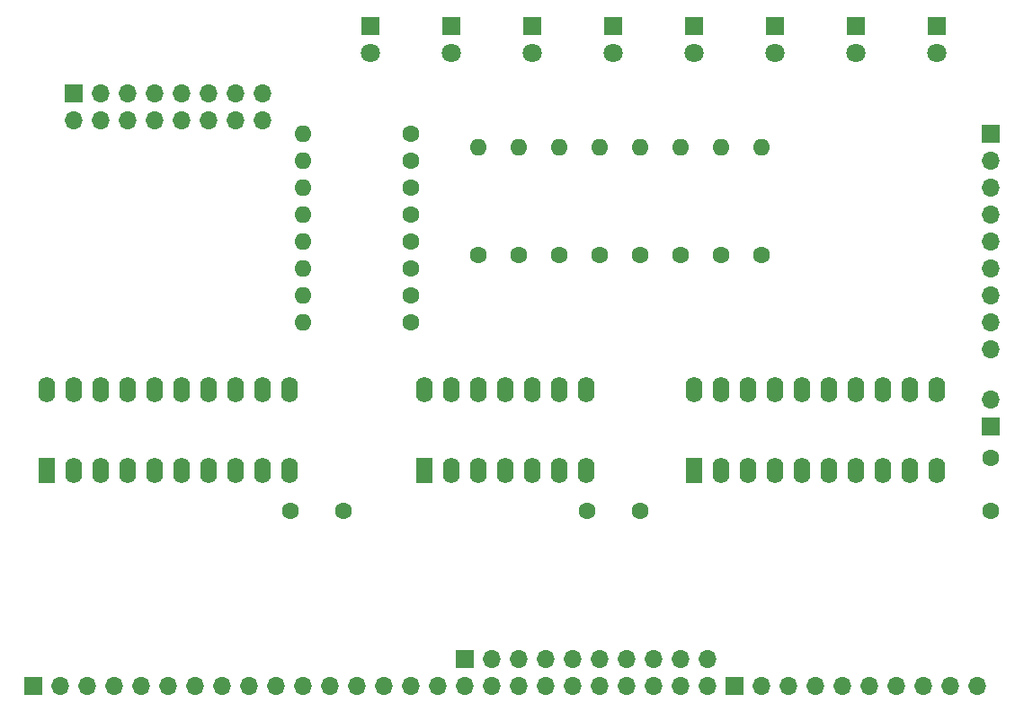
<source format=gbr>
%TF.GenerationSoftware,KiCad,Pcbnew,6.0.11+dfsg-1*%
%TF.CreationDate,2025-09-19T17:12:34+02:00*%
%TF.ProjectId,out,6f75742e-6b69-4636-9164-5f7063625858,rev?*%
%TF.SameCoordinates,Original*%
%TF.FileFunction,Soldermask,Bot*%
%TF.FilePolarity,Negative*%
%FSLAX46Y46*%
G04 Gerber Fmt 4.6, Leading zero omitted, Abs format (unit mm)*
G04 Created by KiCad (PCBNEW 6.0.11+dfsg-1) date 2025-09-19 17:12:34*
%MOMM*%
%LPD*%
G01*
G04 APERTURE LIST*
%ADD10R,1.700000X1.700000*%
%ADD11O,1.700000X1.700000*%
%ADD12C,1.600000*%
%ADD13O,1.600000X1.600000*%
%ADD14R,1.600000X2.400000*%
%ADD15O,1.600000X2.400000*%
%ADD16R,1.800000X1.800000*%
%ADD17C,1.800000*%
G04 APERTURE END LIST*
D10*
%TO.C,REF\u002A\u002A*%
X168910000Y-130810000D03*
D11*
X171450000Y-130810000D03*
X173990000Y-130810000D03*
X176530000Y-130810000D03*
X179070000Y-130810000D03*
X181610000Y-130810000D03*
X184150000Y-130810000D03*
X186690000Y-130810000D03*
X189230000Y-130810000D03*
X191770000Y-130810000D03*
%TD*%
D10*
%TO.C,REF\u002A\u002A*%
X143510000Y-128270000D03*
D11*
X143510000Y-130810000D03*
X146050000Y-128270000D03*
X146050000Y-130810000D03*
X148590000Y-128270000D03*
X148590000Y-130810000D03*
X151130000Y-128270000D03*
X151130000Y-130810000D03*
X153670000Y-128270000D03*
X153670000Y-130810000D03*
X156210000Y-128270000D03*
X156210000Y-130810000D03*
X158750000Y-128270000D03*
X158750000Y-130810000D03*
X161290000Y-128270000D03*
X161290000Y-130810000D03*
X163830000Y-128270000D03*
X163830000Y-130810000D03*
X166370000Y-128270000D03*
X166370000Y-130810000D03*
%TD*%
D12*
%TO.C,1k*%
X144780000Y-90170000D03*
D13*
X144780000Y-80010000D03*
%TD*%
D12*
%TO.C,1k*%
X148590000Y-90170000D03*
D13*
X148590000Y-80010000D03*
%TD*%
D14*
%TO.C,74hc32*%
X139700000Y-110490000D03*
D15*
X142240000Y-110490000D03*
X144780000Y-110490000D03*
X147320000Y-110490000D03*
X149860000Y-110490000D03*
X152400000Y-110490000D03*
X154940000Y-110490000D03*
X154940000Y-102870000D03*
X152400000Y-102870000D03*
X149860000Y-102870000D03*
X147320000Y-102870000D03*
X144780000Y-102870000D03*
X142240000Y-102870000D03*
X139700000Y-102870000D03*
%TD*%
D16*
%TO.C,REF\u002A\u002A*%
X180340000Y-68580000D03*
D17*
X180340000Y-71120000D03*
%TD*%
D10*
%TO.C,REF\u002A\u002A*%
X192990000Y-106362500D03*
D11*
X192990000Y-103822500D03*
%TD*%
D16*
%TO.C,REF\u002A\u002A*%
X142240000Y-68580000D03*
D17*
X142240000Y-71120000D03*
%TD*%
D10*
%TO.C,REF\u002A\u002A*%
X106680000Y-74930000D03*
D11*
X106680000Y-77470000D03*
X109220000Y-74930000D03*
X109220000Y-77470000D03*
X111760000Y-74930000D03*
X111760000Y-77470000D03*
X114300000Y-74930000D03*
X114300000Y-77470000D03*
X116840000Y-74930000D03*
X116840000Y-77470000D03*
X119380000Y-74930000D03*
X119380000Y-77470000D03*
X121920000Y-74930000D03*
X121920000Y-77470000D03*
X124460000Y-74930000D03*
X124460000Y-77470000D03*
%TD*%
D12*
%TO.C,1k*%
X167640000Y-90170000D03*
D13*
X167640000Y-80010000D03*
%TD*%
D12*
%TO.C,100nF*%
X132040000Y-114300000D03*
X127040000Y-114300000D03*
%TD*%
%TO.C,1k*%
X156210000Y-90170000D03*
D13*
X156210000Y-80010000D03*
%TD*%
D12*
%TO.C,10k*%
X138430000Y-93980000D03*
D13*
X128270000Y-93980000D03*
%TD*%
D12*
%TO.C,10k*%
X138430000Y-78740000D03*
D13*
X128270000Y-78740000D03*
%TD*%
D12*
%TO.C,10k*%
X138430000Y-86360000D03*
D13*
X128270000Y-86360000D03*
%TD*%
D16*
%TO.C,REF\u002A\u002A*%
X149860000Y-68580000D03*
D17*
X149860000Y-71120000D03*
%TD*%
D14*
%TO.C,74hc574*%
X165100000Y-110490000D03*
D15*
X167640000Y-110490000D03*
X170180000Y-110490000D03*
X172720000Y-110490000D03*
X175260000Y-110490000D03*
X177800000Y-110490000D03*
X180340000Y-110490000D03*
X182880000Y-110490000D03*
X185420000Y-110490000D03*
X187960000Y-110490000D03*
X187960000Y-102870000D03*
X185420000Y-102870000D03*
X182880000Y-102870000D03*
X180340000Y-102870000D03*
X177800000Y-102870000D03*
X175260000Y-102870000D03*
X172720000Y-102870000D03*
X170180000Y-102870000D03*
X167640000Y-102870000D03*
X165100000Y-102870000D03*
%TD*%
D12*
%TO.C,10k*%
X138430000Y-91440000D03*
D13*
X128270000Y-91440000D03*
%TD*%
D12*
%TO.C,1k*%
X152400000Y-90170000D03*
D13*
X152400000Y-80010000D03*
%TD*%
D12*
%TO.C,1k*%
X163830000Y-90170000D03*
D13*
X163830000Y-80010000D03*
%TD*%
D12*
%TO.C,10k*%
X138430000Y-83820000D03*
D13*
X128270000Y-83820000D03*
%TD*%
D16*
%TO.C,REF\u002A\u002A*%
X157480000Y-68580000D03*
D17*
X157480000Y-71120000D03*
%TD*%
D16*
%TO.C,REF\u002A\u002A*%
X165100000Y-68580000D03*
D17*
X165100000Y-71120000D03*
%TD*%
D10*
%TO.C,REF\u002A\u002A*%
X193040000Y-78740000D03*
D11*
X193040000Y-81280000D03*
X193040000Y-83820000D03*
X193040000Y-86360000D03*
X193040000Y-88900000D03*
X193040000Y-91440000D03*
X193040000Y-93980000D03*
X193040000Y-96520000D03*
X193040000Y-99060000D03*
%TD*%
D12*
%TO.C,10k*%
X138430000Y-88900000D03*
D13*
X128270000Y-88900000D03*
%TD*%
D16*
%TO.C,REF\u002A\u002A*%
X187960000Y-68580000D03*
D17*
X187960000Y-71120000D03*
%TD*%
D16*
%TO.C,REF\u002A\u002A*%
X134620000Y-68580000D03*
D17*
X134620000Y-71120000D03*
%TD*%
D12*
%TO.C,1k*%
X160020000Y-90170000D03*
D13*
X160020000Y-80010000D03*
%TD*%
D12*
%TO.C,10k*%
X138430000Y-96520000D03*
D13*
X128270000Y-96520000D03*
%TD*%
D16*
%TO.C,REF\u002A\u002A*%
X172720000Y-68580000D03*
D17*
X172720000Y-71120000D03*
%TD*%
D12*
%TO.C,100nF*%
X193040000Y-114260000D03*
X193040000Y-109260000D03*
%TD*%
%TO.C,100nF*%
X159980000Y-114300000D03*
X154980000Y-114300000D03*
%TD*%
%TO.C,1k*%
X171450000Y-90170000D03*
D13*
X171450000Y-80010000D03*
%TD*%
D14*
%TO.C,74hc688*%
X104140000Y-110490000D03*
D15*
X106680000Y-110490000D03*
X109220000Y-110490000D03*
X111760000Y-110490000D03*
X114300000Y-110490000D03*
X116840000Y-110490000D03*
X119380000Y-110490000D03*
X121920000Y-110490000D03*
X124460000Y-110490000D03*
X127000000Y-110490000D03*
X127000000Y-102870000D03*
X124460000Y-102870000D03*
X121920000Y-102870000D03*
X119380000Y-102870000D03*
X116840000Y-102870000D03*
X114300000Y-102870000D03*
X111760000Y-102870000D03*
X109220000Y-102870000D03*
X106680000Y-102870000D03*
X104140000Y-102870000D03*
%TD*%
D10*
%TO.C,REF\u002A\u002A*%
X102870000Y-130810000D03*
D11*
X105410000Y-130810000D03*
X107950000Y-130810000D03*
X110490000Y-130810000D03*
X113030000Y-130810000D03*
X115570000Y-130810000D03*
X118110000Y-130810000D03*
X120650000Y-130810000D03*
X123190000Y-130810000D03*
X125730000Y-130810000D03*
X128270000Y-130810000D03*
X130810000Y-130810000D03*
X133350000Y-130810000D03*
X135890000Y-130810000D03*
X138430000Y-130810000D03*
X140970000Y-130810000D03*
%TD*%
D12*
%TO.C,10k*%
X138430000Y-81280000D03*
D13*
X128270000Y-81280000D03*
%TD*%
M02*

</source>
